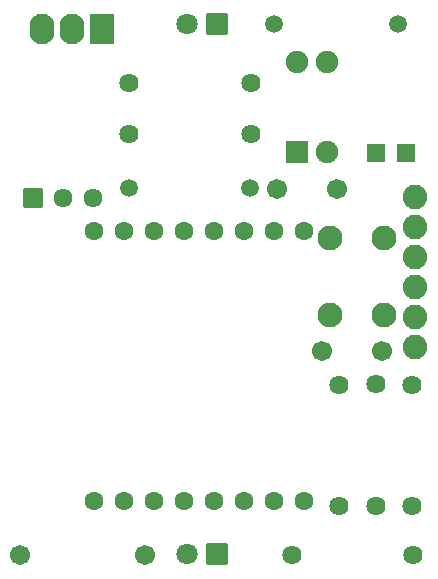
<source format=gbs>
G04 Layer: BottomSolderMaskLayer*
G04 EasyEDA v6.5.40, 2024-02-04 03:55:30*
G04 936758304a9441538e57e2a98c5da18a,153482dac41149f1974aef67bcea995d,10*
G04 Gerber Generator version 0.2*
G04 Scale: 100 percent, Rotated: No, Reflected: No *
G04 Dimensions in millimeters *
G04 leading zeros omitted , absolute positions ,4 integer and 5 decimal *
%FSLAX45Y45*%
%MOMM*%

%AMMACRO1*1,1,$1,$2,$3*1,1,$1,$4,$5*1,1,$1,0-$2,0-$3*1,1,$1,0-$4,0-$5*20,1,$1,$2,$3,$4,$5,0*20,1,$1,$4,$5,0-$2,0-$3,0*20,1,$1,0-$2,0-$3,0-$4,0-$5,0*20,1,$1,0-$4,0-$5,$2,$3,0*4,1,4,$2,$3,$4,$5,0-$2,0-$3,0-$4,0-$5,$2,$3,0*%
%ADD10C,1.7016*%
%ADD11C,2.0828*%
%ADD12C,2.1016*%
%ADD13C,1.6256*%
%ADD14C,1.8016*%
%ADD15MACRO1,0.1016X0.85X0.85X0.85X-0.85*%
%ADD16MACRO1,0.1016X0.75X-0.75X-0.75X-0.75*%
%ADD17O,2.101596X2.601595*%
%ADD18MACRO1,0.1016X1.0008X-1.2497X-1.0008X-1.2497*%
%ADD19C,1.5016*%
%ADD20C,1.6080*%
%ADD21MACRO1,0.1016X-0.754X0.754X0.754X0.754*%
%ADD22C,1.6096*%
%ADD23C,1.9016*%
%ADD24MACRO1,0.1016X0.9X-0.9X-0.9X-0.9*%

%LPD*%
D10*
G01*
X2743200Y1981200D03*
G01*
X3251200Y1981200D03*
D11*
G01*
X3530600Y2019300D03*
G01*
X3530600Y2273300D03*
G01*
X3530600Y2527300D03*
G01*
X3530600Y2781300D03*
G01*
X3530600Y3035300D03*
G01*
X3530600Y3289300D03*
D12*
G01*
X2810306Y2941193D03*
G01*
X2810306Y2291206D03*
G01*
X3260293Y2291206D03*
G01*
X3260293Y2941193D03*
D13*
G01*
X2882900Y1696110D03*
G01*
X2882900Y666089D03*
G01*
X3505200Y1696110D03*
G01*
X3505200Y666089D03*
G01*
X3194050Y1702460D03*
G01*
X3194050Y672439D03*
D10*
G01*
X2362200Y3352800D03*
G01*
X2870200Y3352800D03*
D14*
G01*
X1593850Y4749800D03*
D15*
G01*
X1847848Y4749798D03*
D14*
G01*
X1593850Y266700D03*
D15*
G01*
X1847848Y266698D03*
D16*
G01*
X3200400Y3657600D03*
G01*
X3454400Y3657600D03*
D17*
G01*
X622300Y4711700D03*
G01*
X368300Y4711700D03*
D18*
G01*
X876302Y4711697D03*
D13*
G01*
X2482189Y254000D03*
G01*
X3512210Y254000D03*
D10*
G01*
X186207Y254000D03*
G01*
X1236218Y254000D03*
D13*
G01*
X1103934Y3822700D03*
G01*
X2133955Y3822700D03*
D19*
G01*
X1108938Y3365500D03*
G01*
X2128951Y3365500D03*
D13*
G01*
X1103934Y4254500D03*
G01*
X2133955Y4254500D03*
D19*
G01*
X2332507Y4749800D03*
G01*
X3382492Y4749800D03*
D20*
G01*
X2590800Y2997200D03*
G01*
X2590800Y711200D03*
G01*
X812800Y2997200D03*
G01*
X1066800Y2997200D03*
G01*
X1320800Y2997200D03*
G01*
X1574800Y2997200D03*
G01*
X1828800Y2997200D03*
G01*
X2082800Y2997200D03*
G01*
X2336800Y2997200D03*
G01*
X812800Y711200D03*
G01*
X1066800Y711200D03*
G01*
X1320800Y711200D03*
G01*
X1574800Y711200D03*
G01*
X1828800Y711200D03*
G01*
X2082800Y711200D03*
G01*
X2336800Y711200D03*
D21*
G01*
X292100Y3276600D03*
D22*
G01*
X546100Y3276600D03*
G01*
X800100Y3276600D03*
D23*
G01*
X2781808Y3670300D03*
G01*
X2780791Y4432300D03*
G01*
X2526791Y4432300D03*
D24*
G01*
X2527805Y3670292D03*
M02*

</source>
